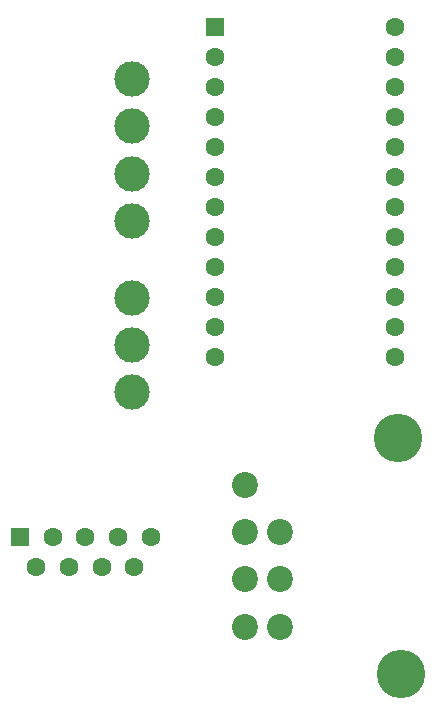
<source format=gbr>
%TF.GenerationSoftware,KiCad,Pcbnew,(5.1.10-1-10_14)*%
%TF.CreationDate,2021-08-22T18:05:08-04:00*%
%TF.ProjectId,Triple Controller,54726970-6c65-4204-936f-6e74726f6c6c,rev?*%
%TF.SameCoordinates,Original*%
%TF.FileFunction,Soldermask,Bot*%
%TF.FilePolarity,Negative*%
%FSLAX46Y46*%
G04 Gerber Fmt 4.6, Leading zero omitted, Abs format (unit mm)*
G04 Created by KiCad (PCBNEW (5.1.10-1-10_14)) date 2021-08-22 18:05:08*
%MOMM*%
%LPD*%
G01*
G04 APERTURE LIST*
%ADD10C,3.000000*%
%ADD11C,1.600000*%
%ADD12R,1.600000X1.600000*%
%ADD13C,4.100000*%
%ADD14C,2.200000*%
G04 APERTURE END LIST*
D10*
%TO.C,J2*%
X142875000Y-60790000D03*
X142875000Y-56790000D03*
X142875000Y-52790000D03*
X142875000Y-46290000D03*
X142875000Y-42290000D03*
X142875000Y-38290000D03*
X142875000Y-34290000D03*
%TD*%
D11*
%TO.C,J3*%
X143045000Y-75565000D03*
X140275000Y-75565000D03*
X137505000Y-75565000D03*
X134735000Y-75565000D03*
X144430000Y-73025000D03*
X141660000Y-73025000D03*
X138890000Y-73025000D03*
X136120000Y-73025000D03*
D12*
X133350000Y-73025000D03*
%TD*%
D11*
%TO.C,U1*%
X165100000Y-29845000D03*
X165100000Y-32385000D03*
X165100000Y-34925000D03*
X165100000Y-37465000D03*
X165100000Y-40005000D03*
X165100000Y-42545000D03*
X165100000Y-45085000D03*
X165100000Y-47625000D03*
X165100000Y-50165000D03*
X165100000Y-52705000D03*
X165100000Y-55245000D03*
X165100000Y-57785000D03*
X149860000Y-57785000D03*
X149860000Y-55245000D03*
X149860000Y-52705000D03*
X149860000Y-50165000D03*
X149860000Y-47625000D03*
X149860000Y-45085000D03*
X149860000Y-42545000D03*
X149860000Y-40005000D03*
X149860000Y-37465000D03*
X149860000Y-34925000D03*
X149860000Y-32385000D03*
D12*
X149860000Y-29845000D03*
%TD*%
D13*
%TO.C,J1*%
X165650000Y-84645000D03*
X165400000Y-64645000D03*
D14*
X155400000Y-72645000D03*
X155400000Y-76645000D03*
X155400000Y-80645000D03*
X152400000Y-68645000D03*
X152400000Y-72645000D03*
X152400000Y-76645000D03*
X152400000Y-80645000D03*
%TD*%
M02*

</source>
